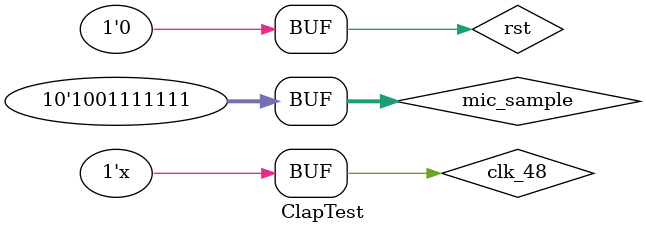
<source format=v>
`timescale 1ns / 1ps


module ClapTest;

	// Inputs
	reg clk_48;
	reg rst;
	reg [9:0] mic_sample;

	// Outputs
	wire home_state;

	// Instantiate the Unit Under Test (UUT)
	Claps uut (
		.clk_48(clk_48), 
		.rst(rst), 
		.mic_sample(mic_sample), 
		.home_state(home_state)
	);
	
	always begin
		#10 clk_48 = ~clk_48;
	end

	initial begin
		// Initialize Inputs
		clk_48 = 0;
		rst = 1;
		mic_sample = 0;

		// Wait 100 ns for global reset to finish
		#100;
        
		// Add stimulus here
		rst = 0;
		mic_sample = 10'h27F;
		
		#100;
		mic_sample = 10'h1FF;
		#40;
		mic_sample = 10'h27F;
	end
      
endmodule
</source>
